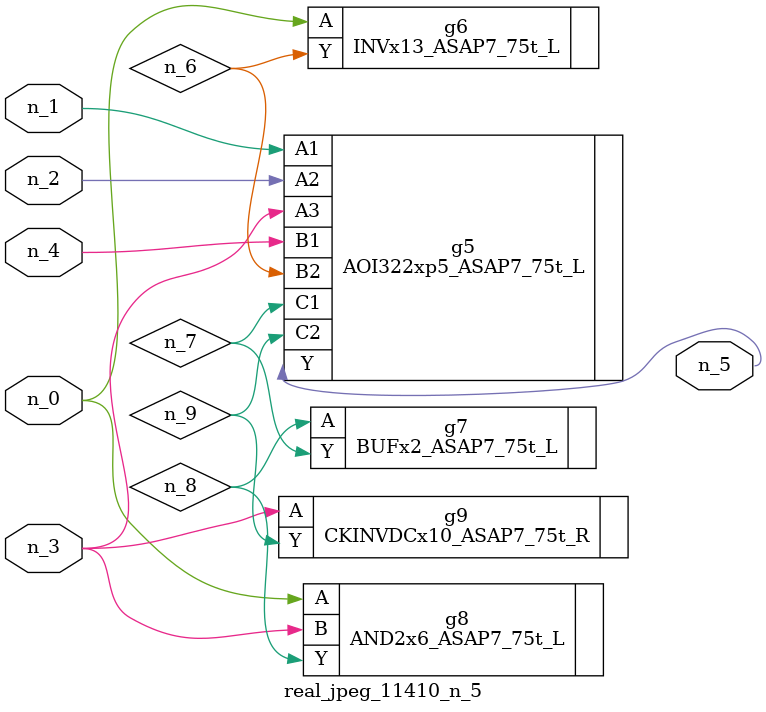
<source format=v>
module real_jpeg_11410_n_5 (n_4, n_0, n_1, n_2, n_3, n_5);

input n_4;
input n_0;
input n_1;
input n_2;
input n_3;

output n_5;

wire n_8;
wire n_6;
wire n_7;
wire n_9;

INVx13_ASAP7_75t_L g6 ( 
.A(n_0),
.Y(n_6)
);

AND2x6_ASAP7_75t_L g8 ( 
.A(n_0),
.B(n_3),
.Y(n_8)
);

AOI322xp5_ASAP7_75t_L g5 ( 
.A1(n_1),
.A2(n_2),
.A3(n_3),
.B1(n_4),
.B2(n_6),
.C1(n_7),
.C2(n_9),
.Y(n_5)
);

CKINVDCx10_ASAP7_75t_R g9 ( 
.A(n_3),
.Y(n_9)
);

BUFx2_ASAP7_75t_L g7 ( 
.A(n_8),
.Y(n_7)
);


endmodule
</source>
